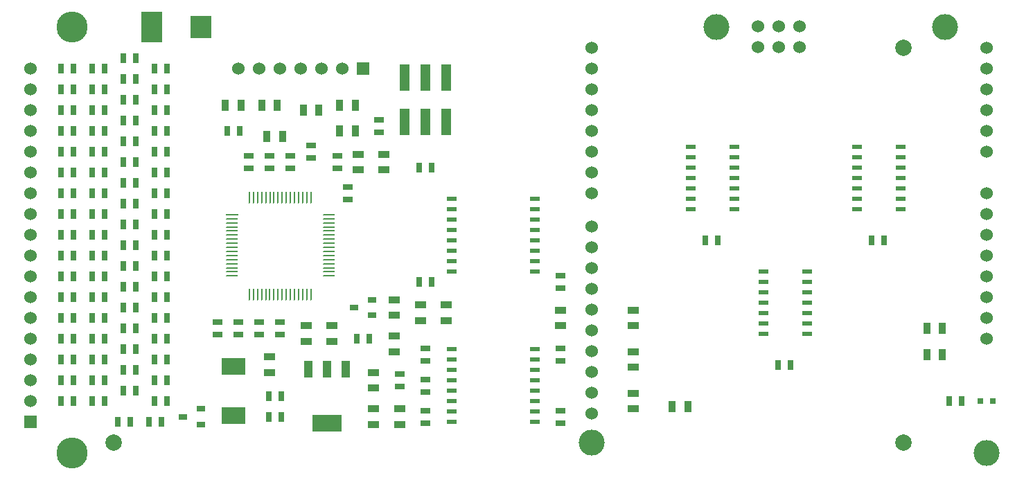
<source format=gts>
G04 (created by PCBNEW (2013-jul-07)-stable) date Sat Oct  3 18:01:44 2015*
%MOIN*%
G04 Gerber Fmt 3.4, Leading zero omitted, Abs format*
%FSLAX34Y34*%
G01*
G70*
G90*
G04 APERTURE LIST*
%ADD10C,0.00590551*%
%ADD11C,0.1495*%
%ADD12R,0.06X0.0098*%
%ADD13O,0.06X0.0098*%
%ADD14O,0.0098X0.06*%
%ADD15R,0.0394X0.0315*%
%ADD16R,0.144X0.08*%
%ADD17R,0.04X0.08*%
%ADD18R,0.045X0.02*%
%ADD19R,0.1181X0.0787*%
%ADD20R,0.055X0.035*%
%ADD21R,0.035X0.055*%
%ADD22R,0.025X0.045*%
%ADD23R,0.045X0.025*%
%ADD24R,0.0314X0.0314*%
%ADD25R,0.05X0.125197*%
%ADD26R,0.06X0.06*%
%ADD27C,0.06*%
%ADD28C,0.0788*%
%ADD29C,0.125*%
%ADD30R,0.1004X0.1063*%
%ADD31R,0.1004X0.1496*%
G04 APERTURE END LIST*
G54D10*
G54D11*
X27000Y-33500D03*
X27000Y-13000D03*
G54D12*
X34689Y-22024D03*
G54D13*
X34689Y-22221D03*
X34689Y-22418D03*
X34689Y-22615D03*
X34689Y-22812D03*
X34689Y-23008D03*
X34689Y-23205D03*
X34689Y-23402D03*
X34689Y-23599D03*
X34689Y-23796D03*
X34689Y-23993D03*
X34689Y-24189D03*
X34689Y-24386D03*
X34689Y-24583D03*
X34689Y-24780D03*
X34689Y-24977D03*
G54D14*
X35524Y-25875D03*
X35721Y-25875D03*
X35918Y-25875D03*
X36115Y-25875D03*
X36312Y-25875D03*
X36508Y-25875D03*
X36705Y-25875D03*
X36902Y-25875D03*
X37099Y-25875D03*
X37296Y-25875D03*
X37493Y-25875D03*
X37689Y-25875D03*
X37886Y-25875D03*
X38083Y-25875D03*
X38280Y-25875D03*
X38477Y-25875D03*
G54D13*
X39375Y-24977D03*
X39375Y-24780D03*
X39375Y-24583D03*
X39375Y-24386D03*
X39375Y-24189D03*
X39375Y-23993D03*
X39375Y-23796D03*
X39375Y-23599D03*
X39375Y-23402D03*
X39375Y-23205D03*
X39375Y-23008D03*
X39375Y-22812D03*
X39375Y-22615D03*
X39375Y-22418D03*
X39375Y-22221D03*
X39375Y-22024D03*
G54D14*
X38477Y-21189D03*
X38280Y-21189D03*
X37886Y-21189D03*
X38083Y-21182D03*
X37689Y-21189D03*
X37493Y-21189D03*
X37296Y-21189D03*
X37099Y-21189D03*
X36902Y-21189D03*
X36705Y-21189D03*
X36511Y-21189D03*
X36314Y-21189D03*
X36117Y-21189D03*
X35920Y-21189D03*
X35724Y-21189D03*
X35527Y-21189D03*
G54D15*
X40567Y-26500D03*
X41433Y-26125D03*
X41433Y-26875D03*
X32317Y-31750D03*
X33183Y-31375D03*
X33183Y-32125D03*
G54D16*
X39250Y-32050D03*
G54D17*
X39250Y-29450D03*
X38350Y-29450D03*
X40150Y-29450D03*
G54D18*
X49250Y-32000D03*
X49250Y-31500D03*
X49250Y-31000D03*
X49250Y-30500D03*
X49250Y-30000D03*
X49250Y-29500D03*
X49250Y-29000D03*
X49250Y-28500D03*
X45250Y-28500D03*
X45250Y-29000D03*
X45250Y-29500D03*
X45250Y-30000D03*
X45250Y-30500D03*
X45250Y-31000D03*
X45250Y-31500D03*
X45250Y-32000D03*
X49250Y-24750D03*
X49250Y-24250D03*
X49250Y-23750D03*
X49250Y-23250D03*
X49250Y-22750D03*
X49250Y-22250D03*
X49250Y-21750D03*
X49250Y-21250D03*
X45250Y-21250D03*
X45250Y-21750D03*
X45250Y-22250D03*
X45250Y-22750D03*
X45250Y-23250D03*
X45250Y-23750D03*
X45250Y-24250D03*
X45250Y-24750D03*
X62350Y-27750D03*
X62350Y-27250D03*
X62350Y-26750D03*
X62350Y-26250D03*
X62350Y-25750D03*
X62350Y-25250D03*
X62350Y-24750D03*
X60250Y-24750D03*
X60250Y-25250D03*
X60250Y-25750D03*
X60250Y-26250D03*
X60250Y-26750D03*
X60250Y-27250D03*
X60250Y-27750D03*
X66850Y-21750D03*
X66850Y-21250D03*
X66850Y-20750D03*
X66850Y-20250D03*
X66850Y-19750D03*
X66850Y-19250D03*
X66850Y-18750D03*
X64750Y-18750D03*
X64750Y-19250D03*
X64750Y-19750D03*
X64750Y-20250D03*
X64750Y-20750D03*
X64750Y-21250D03*
X64750Y-21750D03*
X58850Y-21750D03*
X58850Y-21250D03*
X58850Y-20750D03*
X58850Y-20250D03*
X58850Y-19750D03*
X58850Y-19250D03*
X58850Y-18750D03*
X56750Y-18750D03*
X56750Y-19250D03*
X56750Y-19750D03*
X56750Y-20250D03*
X56750Y-20750D03*
X56750Y-21250D03*
X56750Y-21750D03*
G54D19*
X34750Y-29319D03*
X34750Y-31681D03*
G54D20*
X54000Y-31375D03*
X54000Y-30625D03*
X54000Y-29375D03*
X54000Y-28625D03*
G54D21*
X55875Y-31250D03*
X56625Y-31250D03*
G54D20*
X42500Y-28625D03*
X42500Y-27875D03*
X42750Y-32125D03*
X42750Y-31375D03*
X41500Y-29625D03*
X41500Y-30375D03*
G54D21*
X68125Y-28750D03*
X68875Y-28750D03*
X68125Y-27500D03*
X68875Y-27500D03*
G54D20*
X42500Y-26125D03*
X42500Y-26875D03*
X41500Y-32125D03*
X41500Y-31375D03*
G54D21*
X39875Y-16750D03*
X40625Y-16750D03*
G54D20*
X36500Y-29625D03*
X36500Y-28875D03*
X39500Y-27375D03*
X39500Y-28125D03*
G54D21*
X38875Y-17000D03*
X38125Y-17000D03*
G54D20*
X38250Y-27375D03*
X38250Y-28125D03*
G54D21*
X34375Y-16750D03*
X35125Y-16750D03*
X39875Y-18000D03*
X40625Y-18000D03*
X36875Y-16750D03*
X36125Y-16750D03*
G54D20*
X54000Y-27375D03*
X54000Y-26625D03*
X50500Y-27375D03*
X50500Y-26625D03*
X45000Y-26375D03*
X45000Y-27125D03*
X43750Y-27125D03*
X43750Y-26375D03*
X42000Y-19875D03*
X42000Y-19125D03*
X40750Y-19875D03*
X40750Y-19125D03*
G54D21*
X37125Y-18250D03*
X36375Y-18250D03*
G54D22*
X65450Y-23250D03*
X66050Y-23250D03*
X57450Y-23250D03*
X58050Y-23250D03*
X31300Y-32000D03*
X30700Y-32000D03*
X29800Y-32000D03*
X29200Y-32000D03*
G54D23*
X44000Y-30550D03*
X44000Y-29950D03*
X41750Y-18050D03*
X41750Y-17450D03*
G54D22*
X60950Y-29250D03*
X61550Y-29250D03*
G54D23*
X44000Y-32050D03*
X44000Y-31450D03*
X44000Y-29050D03*
X44000Y-28450D03*
X50500Y-29050D03*
X50500Y-28450D03*
X42750Y-30300D03*
X42750Y-29700D03*
X50500Y-32050D03*
X50500Y-31450D03*
G54D22*
X44300Y-25250D03*
X43700Y-25250D03*
G54D23*
X36000Y-27200D03*
X36000Y-27800D03*
X36500Y-19800D03*
X36500Y-19200D03*
X37000Y-27800D03*
X37000Y-27200D03*
X37500Y-19200D03*
X37500Y-19800D03*
G54D22*
X34450Y-18000D03*
X35050Y-18000D03*
G54D23*
X38500Y-19300D03*
X38500Y-18700D03*
X35500Y-19800D03*
X35500Y-19200D03*
G54D22*
X69800Y-31000D03*
X69200Y-31000D03*
G54D23*
X50500Y-24950D03*
X50500Y-25550D03*
G54D22*
X43700Y-19750D03*
X44300Y-19750D03*
G54D23*
X39750Y-19800D03*
X39750Y-19200D03*
X35000Y-27200D03*
X35000Y-27800D03*
X40250Y-21300D03*
X40250Y-20700D03*
X34000Y-27200D03*
X34000Y-27800D03*
G54D22*
X40700Y-28000D03*
X41300Y-28000D03*
X37050Y-30750D03*
X36450Y-30750D03*
G54D24*
X71295Y-31000D03*
X70705Y-31000D03*
G54D25*
X44000Y-17570D03*
X45000Y-17570D03*
X43000Y-17570D03*
X44000Y-15429D03*
X43000Y-15429D03*
X45000Y-15429D03*
G54D22*
X26450Y-21000D03*
X27050Y-21000D03*
X26450Y-23000D03*
X27050Y-23000D03*
X26450Y-22000D03*
X27050Y-22000D03*
X26450Y-20000D03*
X27050Y-20000D03*
X26450Y-31000D03*
X27050Y-31000D03*
X26450Y-30000D03*
X27050Y-30000D03*
X26450Y-28000D03*
X27050Y-28000D03*
X26450Y-29000D03*
X27050Y-29000D03*
X26450Y-18000D03*
X27050Y-18000D03*
X26450Y-19000D03*
X27050Y-19000D03*
X26450Y-16000D03*
X27050Y-16000D03*
X26450Y-17000D03*
X27050Y-17000D03*
X26450Y-15000D03*
X27050Y-15000D03*
X26450Y-25000D03*
X27050Y-25000D03*
X26450Y-24000D03*
X27050Y-24000D03*
X26450Y-26000D03*
X27050Y-26000D03*
X26450Y-27000D03*
X27050Y-27000D03*
X30950Y-23000D03*
X31550Y-23000D03*
X27950Y-23000D03*
X28550Y-23000D03*
X29450Y-22500D03*
X30050Y-22500D03*
X29450Y-21500D03*
X30050Y-21500D03*
X27950Y-22000D03*
X28550Y-22000D03*
X30950Y-22000D03*
X31550Y-22000D03*
X30950Y-20000D03*
X31550Y-20000D03*
X27950Y-20000D03*
X28550Y-20000D03*
X29450Y-19500D03*
X30050Y-19500D03*
X29450Y-16500D03*
X30050Y-16500D03*
X30950Y-31000D03*
X31550Y-31000D03*
X27950Y-31000D03*
X28550Y-31000D03*
X29450Y-30500D03*
X30050Y-30500D03*
X29450Y-29500D03*
X30050Y-29500D03*
X27950Y-30000D03*
X28550Y-30000D03*
X30950Y-30000D03*
X31550Y-30000D03*
X30950Y-28000D03*
X31550Y-28000D03*
X27950Y-28000D03*
X28550Y-28000D03*
X29450Y-27500D03*
X30050Y-27500D03*
X29450Y-28500D03*
X30050Y-28500D03*
X30950Y-19000D03*
X31550Y-19000D03*
X27950Y-19000D03*
X28550Y-19000D03*
X29450Y-18500D03*
X30050Y-18500D03*
X29450Y-20500D03*
X30050Y-20500D03*
X29450Y-17500D03*
X30050Y-17500D03*
X27950Y-18000D03*
X28550Y-18000D03*
X30950Y-18000D03*
X31550Y-18000D03*
X30950Y-16000D03*
X31550Y-16000D03*
X27950Y-16000D03*
X28550Y-16000D03*
X29450Y-15500D03*
X30050Y-15500D03*
X27950Y-15000D03*
X28550Y-15000D03*
X27950Y-17000D03*
X28550Y-17000D03*
X30950Y-17000D03*
X31550Y-17000D03*
X30950Y-21000D03*
X31550Y-21000D03*
X27950Y-21000D03*
X28550Y-21000D03*
X30950Y-15000D03*
X31550Y-15000D03*
X29450Y-14500D03*
X30050Y-14500D03*
X30950Y-29000D03*
X31550Y-29000D03*
X27950Y-29000D03*
X28550Y-29000D03*
X27950Y-25000D03*
X28550Y-25000D03*
X29450Y-24500D03*
X30050Y-24500D03*
X29450Y-23500D03*
X30050Y-23500D03*
X27950Y-24000D03*
X28550Y-24000D03*
X30950Y-25000D03*
X31550Y-25000D03*
X30950Y-24000D03*
X31550Y-24000D03*
X30950Y-26000D03*
X31550Y-26000D03*
X27950Y-26000D03*
X28550Y-26000D03*
X29450Y-25500D03*
X30050Y-25500D03*
X29450Y-26500D03*
X30050Y-26500D03*
X27950Y-27000D03*
X28550Y-27000D03*
X30950Y-27000D03*
X31550Y-27000D03*
G54D26*
X41000Y-15000D03*
G54D27*
X40000Y-15000D03*
X39000Y-15000D03*
X38000Y-15000D03*
X37000Y-15000D03*
X36000Y-15000D03*
X35000Y-15000D03*
G54D26*
X25000Y-32000D03*
G54D27*
X25000Y-31000D03*
X25000Y-30000D03*
X25000Y-29000D03*
X25000Y-28000D03*
X25000Y-27000D03*
X25000Y-26000D03*
X25000Y-25000D03*
X25000Y-24000D03*
X25000Y-23000D03*
X25000Y-22000D03*
X25000Y-21000D03*
X25000Y-20000D03*
X25000Y-19000D03*
X25000Y-18000D03*
X25000Y-17000D03*
X25000Y-16000D03*
X25000Y-15000D03*
G54D28*
X29000Y-33000D03*
X67000Y-33000D03*
X67000Y-14000D03*
G54D27*
X71000Y-28000D03*
X71000Y-27000D03*
X71000Y-26000D03*
X71000Y-25000D03*
X71000Y-24000D03*
X71000Y-23000D03*
X71000Y-22000D03*
X71000Y-21000D03*
X71000Y-19000D03*
X71000Y-18000D03*
X71000Y-17000D03*
X71000Y-16000D03*
X71000Y-15000D03*
X71000Y-14000D03*
X60000Y-13950D03*
X61000Y-13950D03*
X62000Y-13950D03*
X62000Y-12950D03*
X61000Y-12950D03*
X60000Y-12950D03*
X52000Y-14000D03*
X52000Y-15000D03*
X52000Y-16000D03*
X52000Y-17000D03*
X52000Y-18000D03*
X52000Y-19000D03*
X52000Y-20000D03*
X52000Y-21000D03*
X52000Y-22600D03*
X52000Y-23600D03*
X52000Y-24600D03*
X52000Y-25600D03*
X52000Y-26600D03*
X52000Y-27600D03*
X52000Y-28600D03*
X52000Y-29600D03*
X52000Y-30600D03*
X52000Y-31600D03*
G54D29*
X52000Y-33000D03*
X58000Y-13000D03*
X71000Y-33500D03*
X69000Y-13000D03*
G54D30*
X33181Y-13000D03*
G54D31*
X30819Y-13000D03*
G54D22*
X36450Y-31750D03*
X37050Y-31750D03*
M02*

</source>
